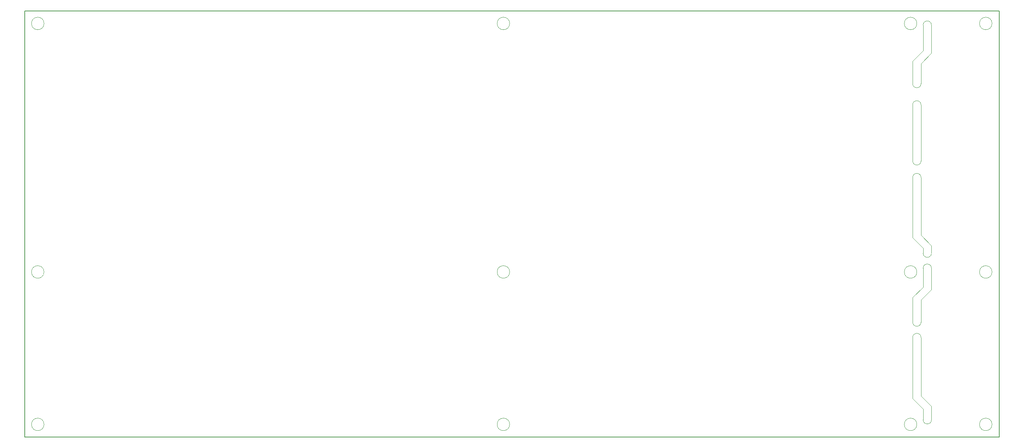
<source format=gbr>
G04 #@! TF.GenerationSoftware,KiCad,Pcbnew,(6.0.4)*
G04 #@! TF.CreationDate,2023-01-11T07:52:03+01:00*
G04 #@! TF.ProjectId,keyboard,6b657962-6f61-4726-942e-6b696361645f,rev?*
G04 #@! TF.SameCoordinates,Original*
G04 #@! TF.FileFunction,Profile,NP*
%FSLAX46Y46*%
G04 Gerber Fmt 4.6, Leading zero omitted, Abs format (unit mm)*
G04 Created by KiCad (PCBNEW (6.0.4)) date 2023-01-11 07:52:03*
%MOMM*%
%LPD*%
G01*
G04 APERTURE LIST*
G04 #@! TA.AperFunction,Profile*
%ADD10C,0.200000*%
G04 #@! TD*
G04 #@! TA.AperFunction,Profile*
%ADD11C,0.100000*%
G04 #@! TD*
G04 APERTURE END LIST*
D10*
X260900000Y-168000000D02*
X278700000Y-168000000D01*
D11*
X260500000Y-75500000D02*
X258000000Y-78000000D01*
X260500000Y-75500000D02*
X260500000Y-69400000D01*
X260000000Y-88500000D02*
X260000000Y-101900000D01*
X260000000Y-88500000D02*
G75*
G03*
X258000000Y-88500000I-1000000J0D01*
G01*
X262500000Y-69400000D02*
G75*
G03*
X260500000Y-69400000I-1000000J0D01*
G01*
X258000000Y-101900000D02*
G75*
G03*
X260000000Y-101900000I1000000J0D01*
G01*
X258000000Y-105900000D02*
X258000000Y-120300000D01*
X260000000Y-105900000D02*
X260000000Y-119700000D01*
X260000000Y-105900000D02*
G75*
G03*
X258000000Y-105900000I-1000000J0D01*
G01*
X262500000Y-122200000D02*
X262500000Y-124000000D01*
X262500000Y-122200000D02*
X260000000Y-119700000D01*
X260500000Y-122800000D02*
X258000000Y-120300000D01*
X260500000Y-122800000D02*
X260500000Y-124000000D01*
X260500000Y-124000000D02*
G75*
G03*
X262500000Y-124000000I1000000J0D01*
G01*
X262500000Y-132700000D02*
X262500000Y-127600000D01*
X262500000Y-132700000D02*
X260000000Y-135200000D01*
X260500000Y-132100000D02*
X258000000Y-134600000D01*
X260500000Y-132100000D02*
X260500000Y-127600000D01*
X260000000Y-140500000D02*
X260000000Y-135200000D01*
X262500000Y-127600000D02*
G75*
G03*
X260500000Y-127600000I-1000000J0D01*
G01*
X258000000Y-140500000D02*
G75*
G03*
X260000000Y-140500000I1000000J0D01*
G01*
X258000000Y-140500000D02*
X258000000Y-134600000D01*
X260000000Y-144200000D02*
G75*
G03*
X258000000Y-144200000I-1000000J0D01*
G01*
X260500000Y-163900000D02*
G75*
G03*
X262500000Y-163900000I1000000J0D01*
G01*
X258000000Y-144200000D02*
X258000000Y-158800000D01*
X262500000Y-160700000D02*
X262500000Y-163900000D01*
X260000000Y-144200000D02*
X260000000Y-158200000D01*
X262500000Y-160700000D02*
X260000000Y-158200000D01*
X260500000Y-161300000D02*
X258000000Y-158800000D01*
X260500000Y-161300000D02*
X260500000Y-163900000D01*
X50000000Y-165000000D02*
G75*
G03*
X50000000Y-165000000I-1500000J0D01*
G01*
X277000000Y-165000000D02*
G75*
G03*
X277000000Y-165000000I-1500000J0D01*
G01*
X277000000Y-69000000D02*
G75*
G03*
X277000000Y-69000000I-1500000J0D01*
G01*
X259000000Y-69000000D02*
G75*
G03*
X259000000Y-69000000I-1500000J0D01*
G01*
X259000000Y-165000000D02*
G75*
G03*
X259000000Y-165000000I-1500000J0D01*
G01*
X161500000Y-165000000D02*
G75*
G03*
X161500000Y-165000000I-1500000J0D01*
G01*
X161500000Y-128500000D02*
G75*
G03*
X161500000Y-128500000I-1500000J0D01*
G01*
X161500000Y-69000000D02*
G75*
G03*
X161500000Y-69000000I-1500000J0D01*
G01*
X259000000Y-128500000D02*
G75*
G03*
X259000000Y-128500000I-1500000J0D01*
G01*
X50000000Y-128500000D02*
G75*
G03*
X50000000Y-128500000I-1500000J0D01*
G01*
X277000000Y-128500000D02*
G75*
G03*
X277000000Y-128500000I-1500000J0D01*
G01*
X258000000Y-83400000D02*
X258000000Y-78000000D01*
D10*
X45400000Y-66000000D02*
X278700000Y-66000000D01*
X260900000Y-168000000D02*
X45400000Y-168000000D01*
D11*
X262500000Y-76100000D02*
X260000000Y-78600000D01*
X50000000Y-69000000D02*
G75*
G03*
X50000000Y-69000000I-1500000J0D01*
G01*
X258000000Y-88500000D02*
X258000000Y-101900000D01*
X262500000Y-76100000D02*
X262500000Y-69400000D01*
D10*
X45400000Y-168000000D02*
X45400000Y-66000000D01*
X278700000Y-66000000D02*
X278700000Y-168000000D01*
D11*
X258000000Y-83400000D02*
G75*
G03*
X260000000Y-83400000I1000000J0D01*
G01*
X260000000Y-83400000D02*
X260000000Y-78600000D01*
M02*

</source>
